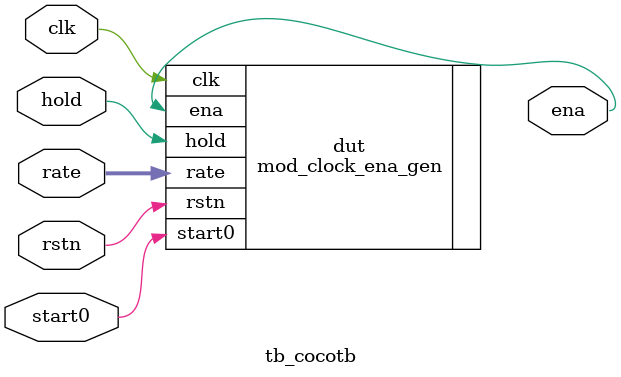
<source format=v>

`timescale 1ns/100ps

/*
 * Module: tb_cocotb
 *
 * Mod rate enable generator test bench
 *
 * Parameters:
 *
 *   CLOCK_SPEED      - This is the aclk frequency in Hz
 *   DELAY            - Delay the enable by a number of clock ticks
 *
 * Ports:
 *
 *   clk       - Clock used for enable generation
 *   rstn      - Negative reset for anything clocked on clk
 *   start0    - Start counter at rate if set. Otherwise set to CLOCK_SPEED/2+rate (midpoint).
 *   hold      - hold enable low and pause + reset count till hold removed (low).
 *   rate      - rate that enable pulse will be generated, must be less then the clock rate.
 *   ena       - positive enable that is pulsed high at enable rate.
 */
module tb_cocotb #(
    parameter CLOCK_SPEED   = 2000000,
    parameter DELAY         = 0
  )
  (
    input           clk,
    input           rstn,
    input           start0,
    input           hold,
    input   [31:0]  rate,
    output          ena
  );

  // fst dump command
  initial begin
    $dumpfile ("tb_cocotb.fst");
    $dumpvars (0, tb_cocotb);
    #1;
  end
  
  //Group: Instantiated Modules

  /*
   * Module: dut
   *
   * Device under test, mod_clock_ena_gen
   */
  mod_clock_ena_gen #(
    .CLOCK_SPEED(CLOCK_SPEED),
    .DELAY(DELAY)
  ) dut (
    .clk(clk),
    .rstn(rstn),
    .start0(start0),
    .hold(hold),
    .rate(rate),
    .ena(ena)
  );
  
endmodule


</source>
